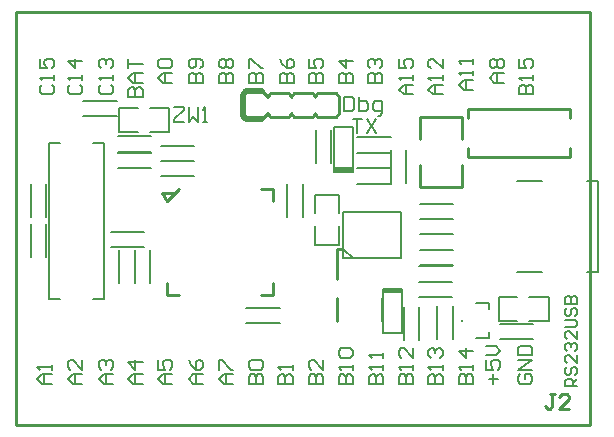
<source format=gto>
G04*
G04 #@! TF.GenerationSoftware,Altium Limited,Altium Designer,20.2.6 (244)*
G04*
G04 Layer_Color=65535*
%FSLAX25Y25*%
%MOIN*%
G70*
G04*
G04 #@! TF.SameCoordinates,A6FFE7BB-FAF8-44E8-8DD6-CA6A3A95F9C7*
G04*
G04*
G04 #@! TF.FilePolarity,Positive*
G04*
G01*
G75*
%ADD10C,0.00600*%
%ADD11C,0.00787*%
%ADD12C,0.00800*%
%ADD13C,0.00591*%
%ADD14C,0.00984*%
%ADD15C,0.01000*%
%ADD16C,0.01968*%
D10*
X157087Y73425D02*
X165354D01*
X157087Y43110D02*
X165354D01*
X180512D02*
X181693D01*
Y69882D02*
Y73425D01*
X180512D02*
X181693D01*
X184252D01*
Y43110D02*
Y73425D01*
X181693Y43110D02*
X184252D01*
X181693D02*
Y46457D01*
Y62402D02*
Y66142D01*
Y50394D02*
Y54331D01*
D11*
X15748Y34252D02*
X19291D01*
X15748Y86221D02*
X19291D01*
Y34252D02*
Y86221D01*
X1181Y34252D02*
Y86221D01*
X4724D01*
X1181Y34252D02*
X4724D01*
X112598Y36417D02*
X118898D01*
X112598Y37598D02*
X118898D01*
X112598Y22835D02*
Y37598D01*
Y37008D02*
X118898D01*
Y22835D02*
Y37598D01*
X112598Y22835D02*
X118898D01*
X96063Y77756D02*
X102362D01*
X96063Y76575D02*
X102362D01*
Y91339D01*
X96063Y77165D02*
X102362D01*
X96063Y76575D02*
Y91339D01*
X102362D01*
X158268Y9054D02*
X157481Y8267D01*
Y6693D01*
X158268Y5906D01*
X161417D01*
X162204Y6693D01*
Y8267D01*
X161417Y9054D01*
X159843D01*
Y7480D01*
X162204Y10628D02*
X157481D01*
X162204Y13777D01*
X157481D01*
Y15351D02*
X162204D01*
Y17713D01*
X161417Y18500D01*
X158268D01*
X157481Y17713D01*
Y15351D01*
X149213Y5906D02*
Y9054D01*
X147638Y7480D02*
X150787D01*
X146851Y13777D02*
Y10628D01*
X149213D01*
X148425Y12203D01*
Y12990D01*
X149213Y13777D01*
X150787D01*
X151574Y12990D01*
Y11416D01*
X150787Y10628D01*
X146851Y15351D02*
X150000D01*
X151574Y16926D01*
X150000Y18500D01*
X146851D01*
X137796Y5906D02*
X142519D01*
Y8267D01*
X141732Y9054D01*
X140945D01*
X140157Y8267D01*
Y5906D01*
Y8267D01*
X139370Y9054D01*
X138583D01*
X137796Y8267D01*
Y5906D01*
X142519Y10628D02*
Y12203D01*
Y11416D01*
X137796D01*
X138583Y10628D01*
X142519Y16926D02*
X137796D01*
X140157Y14564D01*
Y17713D01*
X127560Y5906D02*
X132283D01*
Y8267D01*
X131495Y9054D01*
X130708D01*
X129921Y8267D01*
Y5906D01*
Y8267D01*
X129134Y9054D01*
X128347D01*
X127560Y8267D01*
Y5906D01*
X132283Y10628D02*
Y12203D01*
Y11416D01*
X127560D01*
X128347Y10628D01*
Y14564D02*
X127560Y15351D01*
Y16926D01*
X128347Y17713D01*
X129134D01*
X129921Y16926D01*
Y16138D01*
Y16926D01*
X130708Y17713D01*
X131495D01*
X132283Y16926D01*
Y15351D01*
X131495Y14564D01*
X117717Y5906D02*
X122440D01*
Y8267D01*
X121653Y9054D01*
X120866D01*
X120079Y8267D01*
Y5906D01*
Y8267D01*
X119292Y9054D01*
X118504D01*
X117717Y8267D01*
Y5906D01*
X122440Y10628D02*
Y12203D01*
Y11416D01*
X117717D01*
X118504Y10628D01*
X122440Y17713D02*
Y14564D01*
X119292Y17713D01*
X118504D01*
X117717Y16926D01*
Y15351D01*
X118504Y14564D01*
X107875Y5906D02*
X112598D01*
Y8267D01*
X111811Y9054D01*
X111023D01*
X110236Y8267D01*
Y5906D01*
Y8267D01*
X109449Y9054D01*
X108662D01*
X107875Y8267D01*
Y5906D01*
X112598Y10628D02*
Y12203D01*
Y11416D01*
X107875D01*
X108662Y10628D01*
X112598Y14564D02*
Y16138D01*
Y15351D01*
X107875D01*
X108662Y14564D01*
X97639Y5906D02*
X102361D01*
Y8267D01*
X101574Y9054D01*
X100787D01*
X100000Y8267D01*
Y5906D01*
Y8267D01*
X99213Y9054D01*
X98426D01*
X97639Y8267D01*
Y5906D01*
X102361Y10628D02*
Y12203D01*
Y11416D01*
X97639D01*
X98426Y10628D01*
Y14564D02*
X97639Y15351D01*
Y16926D01*
X98426Y17713D01*
X101574D01*
X102361Y16926D01*
Y15351D01*
X101574Y14564D01*
X98426D01*
X87796Y5906D02*
X92519D01*
Y8267D01*
X91732Y9054D01*
X90945D01*
X90158Y8267D01*
Y5906D01*
Y8267D01*
X89370Y9054D01*
X88583D01*
X87796Y8267D01*
Y5906D01*
X92519Y13777D02*
Y10628D01*
X89370Y13777D01*
X88583D01*
X87796Y12990D01*
Y11416D01*
X88583Y10628D01*
X77560Y5906D02*
X82283D01*
Y8267D01*
X81495Y9054D01*
X80708D01*
X79921Y8267D01*
Y5906D01*
Y8267D01*
X79134Y9054D01*
X78347D01*
X77560Y8267D01*
Y5906D01*
X82283Y10628D02*
Y12203D01*
Y11416D01*
X77560D01*
X78347Y10628D01*
X67717Y5906D02*
X72440D01*
Y8267D01*
X71653Y9054D01*
X70866D01*
X70079Y8267D01*
Y5906D01*
Y8267D01*
X69292Y9054D01*
X68504D01*
X67717Y8267D01*
Y5906D01*
X68504Y10628D02*
X67717Y11416D01*
Y12990D01*
X68504Y13777D01*
X71653D01*
X72440Y12990D01*
Y11416D01*
X71653Y10628D01*
X68504D01*
X62598Y5906D02*
X59449D01*
X57875Y7480D01*
X59449Y9054D01*
X62598D01*
X60236D01*
Y5906D01*
X57875Y10628D02*
Y13777D01*
X58662D01*
X61810Y10628D01*
X62598D01*
X52361Y5906D02*
X49213D01*
X47638Y7480D01*
X49213Y9054D01*
X52361D01*
X50000D01*
Y5906D01*
X47638Y13777D02*
X48426Y12203D01*
X50000Y10628D01*
X51574D01*
X52361Y11416D01*
Y12990D01*
X51574Y13777D01*
X50787D01*
X50000Y12990D01*
Y10628D01*
X42125Y5906D02*
X38977D01*
X37402Y7480D01*
X38977Y9054D01*
X42125D01*
X39764D01*
Y5906D01*
X37402Y13777D02*
Y10628D01*
X39764D01*
X38977Y12203D01*
Y12990D01*
X39764Y13777D01*
X41338D01*
X42125Y12990D01*
Y11416D01*
X41338Y10628D01*
X32283Y5906D02*
X29134D01*
X27560Y7480D01*
X29134Y9054D01*
X32283D01*
X29921D01*
Y5906D01*
X32283Y12990D02*
X27560D01*
X29921Y10628D01*
Y13777D01*
X22440Y5906D02*
X19292D01*
X17717Y7480D01*
X19292Y9054D01*
X22440D01*
X20079D01*
Y5906D01*
X18504Y10628D02*
X17717Y11416D01*
Y12990D01*
X18504Y13777D01*
X19292D01*
X20079Y12990D01*
Y12203D01*
Y12990D01*
X20866Y13777D01*
X21653D01*
X22440Y12990D01*
Y11416D01*
X21653Y10628D01*
X12204Y5906D02*
X9055D01*
X7481Y7480D01*
X9055Y9054D01*
X12204D01*
X9843D01*
Y5906D01*
X12204Y13777D02*
Y10628D01*
X9055Y13777D01*
X8268D01*
X7481Y12990D01*
Y11416D01*
X8268Y10628D01*
X1968Y5906D02*
X-1181D01*
X-2755Y7480D01*
X-1181Y9054D01*
X1968D01*
X-394D01*
Y5906D01*
X1968Y10628D02*
Y12203D01*
Y11416D01*
X-2755D01*
X-1968Y10628D01*
X157875Y102366D02*
X162598D01*
Y104727D01*
X161811Y105515D01*
X161023D01*
X160236Y104727D01*
Y102366D01*
Y104727D01*
X159449Y105515D01*
X158662D01*
X157875Y104727D01*
Y102366D01*
X162598Y107089D02*
Y108663D01*
Y107876D01*
X157875D01*
X158662Y107089D01*
X157875Y114173D02*
Y111025D01*
X160236D01*
X159449Y112599D01*
Y113386D01*
X160236Y114173D01*
X161811D01*
X162598Y113386D01*
Y111812D01*
X161811Y111025D01*
X152755Y106302D02*
X149607D01*
X148032Y107876D01*
X149607Y109450D01*
X152755D01*
X150394D01*
Y106302D01*
X148819Y111025D02*
X148032Y111812D01*
Y113386D01*
X148819Y114173D01*
X149607D01*
X150394Y113386D01*
X151181Y114173D01*
X151968D01*
X152755Y113386D01*
Y111812D01*
X151968Y111025D01*
X151181D01*
X150394Y111812D01*
X149607Y111025D01*
X148819D01*
X150394Y111812D02*
Y113386D01*
X142519Y103940D02*
X139370D01*
X137796Y105515D01*
X139370Y107089D01*
X142519D01*
X140157D01*
Y103940D01*
X142519Y108663D02*
Y110238D01*
Y109450D01*
X137796D01*
X138583Y108663D01*
X142519Y112599D02*
Y114173D01*
Y113386D01*
X137796D01*
X138583Y112599D01*
X132283Y102366D02*
X129134D01*
X127560Y103940D01*
X129134Y105515D01*
X132283D01*
X129921D01*
Y102366D01*
X132283Y107089D02*
Y108663D01*
Y107876D01*
X127560D01*
X128347Y107089D01*
X132283Y114173D02*
Y111025D01*
X129134Y114173D01*
X128347D01*
X127560Y113386D01*
Y111812D01*
X128347Y111025D01*
X122440Y102366D02*
X119292D01*
X117717Y103940D01*
X119292Y105515D01*
X122440D01*
X120079D01*
Y102366D01*
X122440Y107089D02*
Y108663D01*
Y107876D01*
X117717D01*
X118504Y107089D01*
X117717Y114173D02*
Y111025D01*
X120079D01*
X119292Y112599D01*
Y113386D01*
X120079Y114173D01*
X121653D01*
X122440Y113386D01*
Y111812D01*
X121653Y111025D01*
X107481Y106302D02*
X112204D01*
Y108663D01*
X111417Y109450D01*
X110630D01*
X109843Y108663D01*
Y106302D01*
Y108663D01*
X109055Y109450D01*
X108268D01*
X107481Y108663D01*
Y106302D01*
X108268Y111025D02*
X107481Y111812D01*
Y113386D01*
X108268Y114173D01*
X109055D01*
X109843Y113386D01*
Y112599D01*
Y113386D01*
X110630Y114173D01*
X111417D01*
X112204Y113386D01*
Y111812D01*
X111417Y111025D01*
X97639Y106302D02*
X102361D01*
Y108663D01*
X101574Y109450D01*
X100787D01*
X100000Y108663D01*
Y106302D01*
Y108663D01*
X99213Y109450D01*
X98426D01*
X97639Y108663D01*
Y106302D01*
X102361Y113386D02*
X97639D01*
X100000Y111025D01*
Y114173D01*
X87796Y106302D02*
X92519D01*
Y108663D01*
X91732Y109450D01*
X90945D01*
X90158Y108663D01*
Y106302D01*
Y108663D01*
X89370Y109450D01*
X88583D01*
X87796Y108663D01*
Y106302D01*
Y114173D02*
Y111025D01*
X90158D01*
X89370Y112599D01*
Y113386D01*
X90158Y114173D01*
X91732D01*
X92519Y113386D01*
Y111812D01*
X91732Y111025D01*
X77953Y106302D02*
X82676D01*
Y108663D01*
X81889Y109450D01*
X81102D01*
X80315Y108663D01*
Y106302D01*
Y108663D01*
X79528Y109450D01*
X78741D01*
X77953Y108663D01*
Y106302D01*
Y114173D02*
X78741Y112599D01*
X80315Y111025D01*
X81889D01*
X82676Y111812D01*
Y113386D01*
X81889Y114173D01*
X81102D01*
X80315Y113386D01*
Y111025D01*
X67717Y106302D02*
X72440D01*
Y108663D01*
X71653Y109450D01*
X70866D01*
X70079Y108663D01*
Y106302D01*
Y108663D01*
X69292Y109450D01*
X68504D01*
X67717Y108663D01*
Y106302D01*
Y111025D02*
Y114173D01*
X68504D01*
X71653Y111025D01*
X72440D01*
X57875Y106302D02*
X62598D01*
Y108663D01*
X61810Y109450D01*
X61023D01*
X60236Y108663D01*
Y106302D01*
Y108663D01*
X59449Y109450D01*
X58662D01*
X57875Y108663D01*
Y106302D01*
X58662Y111025D02*
X57875Y111812D01*
Y113386D01*
X58662Y114173D01*
X59449D01*
X60236Y113386D01*
X61023Y114173D01*
X61810D01*
X62598Y113386D01*
Y111812D01*
X61810Y111025D01*
X61023D01*
X60236Y111812D01*
X59449Y111025D01*
X58662D01*
X60236Y111812D02*
Y113386D01*
X47639Y106302D02*
X52361D01*
Y108663D01*
X51574Y109450D01*
X50787D01*
X50000Y108663D01*
Y106302D01*
Y108663D01*
X49213Y109450D01*
X48426D01*
X47639Y108663D01*
Y106302D01*
X51574Y111025D02*
X52361Y111812D01*
Y113386D01*
X51574Y114173D01*
X48426D01*
X47639Y113386D01*
Y111812D01*
X48426Y111025D01*
X49213D01*
X50000Y111812D01*
Y114173D01*
X42125Y106302D02*
X38977D01*
X37402Y107876D01*
X38977Y109450D01*
X42125D01*
X39764D01*
Y106302D01*
X38190Y111025D02*
X37402Y111812D01*
Y113386D01*
X38190Y114173D01*
X41338D01*
X42125Y113386D01*
Y111812D01*
X41338Y111025D01*
X38190D01*
X27560Y101579D02*
X32283D01*
Y103940D01*
X31495Y104727D01*
X30708D01*
X29921Y103940D01*
Y101579D01*
Y103940D01*
X29134Y104727D01*
X28347D01*
X27560Y103940D01*
Y101579D01*
X32283Y106302D02*
X29134D01*
X27560Y107876D01*
X29134Y109450D01*
X32283D01*
X29921D01*
Y106302D01*
X27560Y111025D02*
Y114173D01*
Y112599D01*
X32283D01*
X18504Y105515D02*
X17717Y104727D01*
Y103153D01*
X18504Y102366D01*
X21653D01*
X22440Y103153D01*
Y104727D01*
X21653Y105515D01*
X22440Y107089D02*
Y108663D01*
Y107876D01*
X17717D01*
X18504Y107089D01*
Y111025D02*
X17717Y111812D01*
Y113386D01*
X18504Y114173D01*
X19292D01*
X20079Y113386D01*
Y112599D01*
Y113386D01*
X20866Y114173D01*
X21653D01*
X22440Y113386D01*
Y111812D01*
X21653Y111025D01*
X8269Y105515D02*
X7482Y104727D01*
Y103153D01*
X8269Y102366D01*
X11418D01*
X12205Y103153D01*
Y104727D01*
X11418Y105515D01*
X12205Y107089D02*
Y108663D01*
Y107876D01*
X7482D01*
X8269Y107089D01*
X12205Y113386D02*
X7482D01*
X9843Y111025D01*
Y114173D01*
X-1180Y105515D02*
X-1967Y104727D01*
Y103153D01*
X-1180Y102366D01*
X1969D01*
X2756Y103153D01*
Y104727D01*
X1969Y105515D01*
X2756Y107089D02*
Y108663D01*
Y107876D01*
X-1967D01*
X-1180Y107089D01*
X-1967Y114173D02*
Y111025D01*
X395D01*
X-393Y112599D01*
Y113386D01*
X395Y114173D01*
X1969D01*
X2756Y113386D01*
Y111812D01*
X1969Y111025D01*
X42915Y98031D02*
X46064D01*
Y97244D01*
X42915Y94095D01*
Y93308D01*
X46064D01*
X47638Y98031D02*
Y93308D01*
X49212Y94882D01*
X50787Y93308D01*
Y98031D01*
X52361Y93308D02*
X53935D01*
X53148D01*
Y98031D01*
X52361Y97244D01*
X102364Y94094D02*
X105512D01*
X103938D01*
Y89371D01*
X107086Y94094D02*
X110235Y89371D01*
Y94094D02*
X107086Y89371D01*
X99608Y101574D02*
Y96851D01*
X101970D01*
X102757Y97638D01*
Y100787D01*
X101970Y101574D01*
X99608D01*
X104331D02*
Y96851D01*
X106693D01*
X107480Y97638D01*
Y98425D01*
Y99212D01*
X106693Y99999D01*
X104331D01*
X110628Y95277D02*
X111416D01*
X112203Y96064D01*
Y99999D01*
X109841D01*
X109054Y99212D01*
Y97638D01*
X109841Y96851D01*
X112203D01*
D12*
X24327Y97701D02*
X30927D01*
X24327Y89701D02*
X30927D01*
X34927D02*
X41027D01*
X34927Y97701D02*
X41027D01*
X24327Y89701D02*
Y97701D01*
X41027Y89701D02*
Y97701D01*
X97701Y52280D02*
Y58380D01*
X89701Y52280D02*
Y58380D01*
Y52280D02*
X97701D01*
X89701Y68980D02*
X97701D01*
Y62880D02*
Y68980D01*
X89701Y62880D02*
Y68980D01*
X98961Y47812D02*
X118361D01*
Y63212D01*
X98961D02*
X118361D01*
X98961Y47812D02*
Y63212D01*
X99061Y50867D02*
X102561Y47812D01*
X151099Y26709D02*
Y34709D01*
X167799Y26709D02*
Y34709D01*
X151099Y26709D02*
X157199D01*
X151099Y34709D02*
X157199D01*
X161199D02*
X167799D01*
X161199Y26709D02*
X167799D01*
X143370Y21209D02*
X147870D01*
X143370Y32709D02*
X147870D01*
Y21209D02*
Y23209D01*
X138870Y26709D02*
Y27209D01*
X147870Y30709D02*
Y32709D01*
D13*
X85630Y61417D02*
Y72441D01*
X80512Y61417D02*
Y72441D01*
X135630Y20866D02*
Y31890D01*
X130512Y20866D02*
Y31890D01*
X119488Y20472D02*
Y31496D01*
X124606Y20472D02*
Y31496D01*
X89961Y79527D02*
Y90551D01*
X95079Y79527D02*
Y90551D01*
X29724Y39370D02*
Y50394D01*
X34843Y39370D02*
Y50394D01*
X24606Y39370D02*
Y50394D01*
X29724Y39370D02*
Y50394D01*
X19488Y39370D02*
Y50394D01*
X24606Y39370D02*
Y50394D01*
X124803Y65945D02*
X135827D01*
X124803Y60827D02*
X135827D01*
X124803Y50591D02*
X135827D01*
X124803Y45472D02*
X135827D01*
X103937Y82874D02*
X114961D01*
X103937Y77756D02*
X114961D01*
X103937Y82874D02*
X114961D01*
X103937Y87992D02*
X114961D01*
X124803Y60827D02*
X135827D01*
X124803Y55709D02*
X135827D01*
X124803Y55709D02*
X135827D01*
X124803Y50591D02*
X135827D01*
X103937Y72638D02*
X114961D01*
X103937Y77756D02*
X114961D01*
X115157Y72835D02*
Y83858D01*
X120276Y72835D02*
Y83858D01*
X197Y48031D02*
Y59055D01*
X-4921Y48031D02*
Y59055D01*
Y61417D02*
Y72441D01*
X197Y61417D02*
Y72441D01*
X12598Y95079D02*
X23622D01*
X12598Y100197D02*
X23622D01*
X124409Y39961D02*
X135433D01*
X124409Y45079D02*
X135433D01*
X124409Y39961D02*
X135433D01*
X124409Y34843D02*
X135433D01*
X21654Y56496D02*
X32677D01*
X21654Y51378D02*
X32677D01*
X24016Y83268D02*
X35039D01*
X24016Y88386D02*
X35039D01*
X151575Y25787D02*
X162598D01*
X151575Y20669D02*
X162598D01*
X24016Y82874D02*
X35039D01*
X24016Y77756D02*
X35039D01*
X38583Y80118D02*
X49606D01*
X38583Y85236D02*
X49606D01*
X38583Y75000D02*
X49606D01*
X38583Y80118D02*
X49606D01*
X66929Y31299D02*
X77953D01*
X66929Y26181D02*
X77953D01*
X177165Y4992D02*
X173229D01*
Y6960D01*
X173885Y7616D01*
X175197D01*
X175853Y6960D01*
Y4992D01*
Y6304D02*
X177165Y7616D01*
X173885Y11551D02*
X173229Y10895D01*
Y9584D01*
X173885Y8928D01*
X174541D01*
X175197Y9584D01*
Y10895D01*
X175853Y11551D01*
X176509D01*
X177165Y10895D01*
Y9584D01*
X176509Y8928D01*
X177165Y15487D02*
Y12863D01*
X174541Y15487D01*
X173885D01*
X173229Y14831D01*
Y13519D01*
X173885Y12863D01*
Y16799D02*
X173229Y17455D01*
Y18767D01*
X173885Y19423D01*
X174541D01*
X175197Y18767D01*
Y18111D01*
Y18767D01*
X175853Y19423D01*
X176509D01*
X177165Y18767D01*
Y17455D01*
X176509Y16799D01*
X177165Y23359D02*
Y20735D01*
X174541Y23359D01*
X173885D01*
X173229Y22703D01*
Y21391D01*
X173885Y20735D01*
X173229Y24670D02*
X176509D01*
X177165Y25326D01*
Y26638D01*
X176509Y27294D01*
X173229D01*
X173885Y31230D02*
X173229Y30574D01*
Y29262D01*
X173885Y28606D01*
X174541D01*
X175197Y29262D01*
Y30574D01*
X175853Y31230D01*
X176509D01*
X177165Y30574D01*
Y29262D01*
X176509Y28606D01*
X173229Y32542D02*
X177165D01*
Y34510D01*
X176509Y35166D01*
X175853D01*
X175197Y34510D01*
Y32542D01*
Y34510D01*
X174541Y35166D01*
X173885D01*
X173229Y34510D01*
Y32542D01*
D14*
X97244Y40748D02*
Y50787D01*
X98961D01*
X169685Y2361D02*
X168111D01*
X168898D01*
Y-1574D01*
X168111Y-2361D01*
X167324D01*
X166537Y-1574D01*
X174408Y-2361D02*
X171260D01*
X174408Y787D01*
Y1574D01*
X173621Y2361D01*
X172047D01*
X171260Y1574D01*
D15*
X97244Y26772D02*
Y34646D01*
X112205Y26772D02*
Y34646D01*
X72244Y103347D02*
X74016Y101575D01*
X72244Y94291D02*
X74016Y96063D01*
X74016D02*
X74803Y94882D01*
X81102D01*
X81890Y96063D01*
X82677Y94882D01*
X88976D01*
X89764Y96063D01*
X89764D02*
X90551Y94882D01*
X96850D01*
X97638Y96063D01*
X96850Y102756D02*
X97638Y101575D01*
X90551Y102756D02*
X96850D01*
X89764Y101575D02*
X90551Y102756D01*
X88976D02*
X89764Y101575D01*
X82677Y102756D02*
X88976D01*
X81890Y101575D02*
X82677Y102756D01*
X81102D02*
X81890Y101575D01*
X74803Y102756D02*
X81102D01*
X74016Y101575D02*
X74803Y102756D01*
X97638Y96063D02*
Y101575D01*
X174874Y94370D02*
Y97370D01*
X140874D02*
X174874D01*
X140874Y94370D02*
Y97370D01*
Y81370D02*
Y84370D01*
Y81370D02*
X174874D01*
Y84370D01*
X38862Y69484D02*
X42799D01*
X38862D02*
X40437Y66925D01*
X44374Y70862D01*
X40437Y35429D02*
Y39366D01*
Y35429D02*
X44374D01*
X71933D02*
X75870D01*
Y39366D01*
Y66925D02*
Y70862D01*
X71933D02*
X75870D01*
X124890Y94878D02*
X138890D01*
X124890Y71378D02*
X138890D01*
X124890Y87378D02*
Y94878D01*
X138890Y87378D02*
Y94878D01*
Y71378D02*
Y78878D01*
X124890Y71378D02*
Y78878D01*
X-9843Y-7874D02*
Y129921D01*
X181496D01*
Y-7874D02*
Y129921D01*
X-9843Y-7874D02*
X181496D01*
D16*
X66929Y103347D02*
X72244D01*
X66732Y94291D02*
X72244D01*
X65748Y95276D02*
X66732Y94291D01*
X65748Y95276D02*
Y102165D01*
X66929Y103347D01*
M02*

</source>
